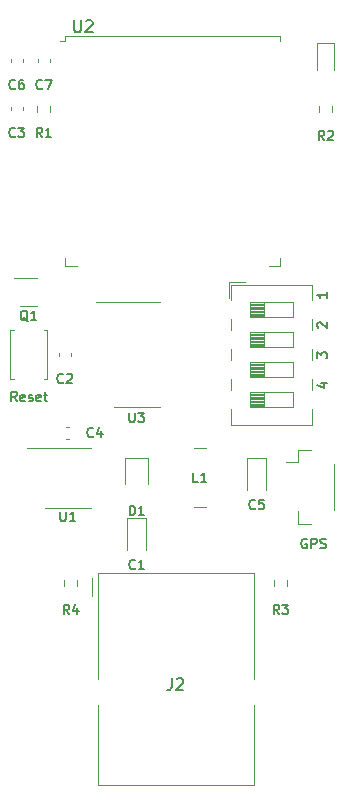
<source format=gbr>
%TF.GenerationSoftware,KiCad,Pcbnew,(6.0.0-rc1-343-g73b39e836d)*%
%TF.CreationDate,2021-12-09T15:59:46-05:00*%
%TF.ProjectId,Celestron-WiFi,43656c65-7374-4726-9f6e-2d576946692e,rev?*%
%TF.SameCoordinates,Original*%
%TF.FileFunction,Legend,Top*%
%TF.FilePolarity,Positive*%
%FSLAX46Y46*%
G04 Gerber Fmt 4.6, Leading zero omitted, Abs format (unit mm)*
G04 Created by KiCad (PCBNEW (6.0.0-rc1-343-g73b39e836d)) date 2021-12-09 15:59:46*
%MOMM*%
%LPD*%
G01*
G04 APERTURE LIST*
%ADD10C,0.152400*%
%ADD11C,0.150000*%
%ADD12C,0.120000*%
%ADD13C,0.100000*%
G04 APERTURE END LIST*
D10*
X137341428Y-102717600D02*
X137264019Y-102678895D01*
X137147904Y-102678895D01*
X137031790Y-102717600D01*
X136954380Y-102795009D01*
X136915676Y-102872419D01*
X136876971Y-103027238D01*
X136876971Y-103143352D01*
X136915676Y-103298171D01*
X136954380Y-103375580D01*
X137031790Y-103452990D01*
X137147904Y-103491695D01*
X137225314Y-103491695D01*
X137341428Y-103452990D01*
X137380133Y-103414285D01*
X137380133Y-103143352D01*
X137225314Y-103143352D01*
X137728476Y-103491695D02*
X137728476Y-102678895D01*
X138038114Y-102678895D01*
X138115523Y-102717600D01*
X138154228Y-102756304D01*
X138192933Y-102833714D01*
X138192933Y-102949828D01*
X138154228Y-103027238D01*
X138115523Y-103065942D01*
X138038114Y-103104647D01*
X137728476Y-103104647D01*
X138502571Y-103452990D02*
X138618685Y-103491695D01*
X138812209Y-103491695D01*
X138889619Y-103452990D01*
X138928323Y-103414285D01*
X138967028Y-103336876D01*
X138967028Y-103259466D01*
X138928323Y-103182057D01*
X138889619Y-103143352D01*
X138812209Y-103104647D01*
X138657390Y-103065942D01*
X138579980Y-103027238D01*
X138541276Y-102988533D01*
X138502571Y-102911123D01*
X138502571Y-102833714D01*
X138541276Y-102756304D01*
X138579980Y-102717600D01*
X138657390Y-102678895D01*
X138850914Y-102678895D01*
X138967028Y-102717600D01*
X138509828Y-89507180D02*
X139051695Y-89507180D01*
X138200190Y-89700704D02*
X138780761Y-89894228D01*
X138780761Y-89391066D01*
X138238895Y-87392933D02*
X138238895Y-86889771D01*
X138548533Y-87160704D01*
X138548533Y-87044590D01*
X138587238Y-86967180D01*
X138625942Y-86928476D01*
X138703352Y-86889771D01*
X138896876Y-86889771D01*
X138974285Y-86928476D01*
X139012990Y-86967180D01*
X139051695Y-87044590D01*
X139051695Y-87276819D01*
X139012990Y-87354228D01*
X138974285Y-87392933D01*
X138316304Y-84814228D02*
X138277600Y-84775523D01*
X138238895Y-84698114D01*
X138238895Y-84504590D01*
X138277600Y-84427180D01*
X138316304Y-84388476D01*
X138393714Y-84349771D01*
X138471123Y-84349771D01*
X138587238Y-84388476D01*
X139051695Y-84852933D01*
X139051695Y-84349771D01*
X139051695Y-81809771D02*
X139051695Y-82274228D01*
X139051695Y-82042000D02*
X138238895Y-82042000D01*
X138355009Y-82119409D01*
X138432419Y-82196819D01*
X138471123Y-82274228D01*
X112785676Y-91045695D02*
X112514742Y-90658647D01*
X112321219Y-91045695D02*
X112321219Y-90232895D01*
X112630857Y-90232895D01*
X112708266Y-90271600D01*
X112746971Y-90310304D01*
X112785676Y-90387714D01*
X112785676Y-90503828D01*
X112746971Y-90581238D01*
X112708266Y-90619942D01*
X112630857Y-90658647D01*
X112321219Y-90658647D01*
X113443657Y-91006990D02*
X113366247Y-91045695D01*
X113211428Y-91045695D01*
X113134019Y-91006990D01*
X113095314Y-90929580D01*
X113095314Y-90619942D01*
X113134019Y-90542533D01*
X113211428Y-90503828D01*
X113366247Y-90503828D01*
X113443657Y-90542533D01*
X113482361Y-90619942D01*
X113482361Y-90697352D01*
X113095314Y-90774761D01*
X113792000Y-91006990D02*
X113869409Y-91045695D01*
X114024228Y-91045695D01*
X114101638Y-91006990D01*
X114140342Y-90929580D01*
X114140342Y-90890876D01*
X114101638Y-90813466D01*
X114024228Y-90774761D01*
X113908114Y-90774761D01*
X113830704Y-90736057D01*
X113792000Y-90658647D01*
X113792000Y-90619942D01*
X113830704Y-90542533D01*
X113908114Y-90503828D01*
X114024228Y-90503828D01*
X114101638Y-90542533D01*
X114798323Y-91006990D02*
X114720914Y-91045695D01*
X114566095Y-91045695D01*
X114488685Y-91006990D01*
X114449980Y-90929580D01*
X114449980Y-90619942D01*
X114488685Y-90542533D01*
X114566095Y-90503828D01*
X114720914Y-90503828D01*
X114798323Y-90542533D01*
X114837028Y-90619942D01*
X114837028Y-90697352D01*
X114449980Y-90774761D01*
X115069257Y-90503828D02*
X115378895Y-90503828D01*
X115185371Y-90232895D02*
X115185371Y-90929580D01*
X115224076Y-91006990D01*
X115301485Y-91045695D01*
X115378895Y-91045695D01*
D11*
%TO.C,U2*%
X117642095Y-58802380D02*
X117642095Y-59611904D01*
X117689714Y-59707142D01*
X117737333Y-59754761D01*
X117832571Y-59802380D01*
X118023047Y-59802380D01*
X118118285Y-59754761D01*
X118165904Y-59707142D01*
X118213523Y-59611904D01*
X118213523Y-58802380D01*
X118642095Y-58897619D02*
X118689714Y-58850000D01*
X118784952Y-58802380D01*
X119023047Y-58802380D01*
X119118285Y-58850000D01*
X119165904Y-58897619D01*
X119213523Y-58992857D01*
X119213523Y-59088095D01*
X119165904Y-59230952D01*
X118594476Y-59802380D01*
X119213523Y-59802380D01*
D10*
%TO.C,D1*%
X122336076Y-100697695D02*
X122336076Y-99884895D01*
X122529600Y-99884895D01*
X122645714Y-99923600D01*
X122723123Y-100001009D01*
X122761828Y-100078419D01*
X122800533Y-100233238D01*
X122800533Y-100349352D01*
X122761828Y-100504171D01*
X122723123Y-100581580D01*
X122645714Y-100658990D01*
X122529600Y-100697695D01*
X122336076Y-100697695D01*
X123574628Y-100697695D02*
X123110171Y-100697695D01*
X123342400Y-100697695D02*
X123342400Y-99884895D01*
X123264990Y-100001009D01*
X123187580Y-100078419D01*
X123110171Y-100117123D01*
%TO.C,U1*%
X116474723Y-100392895D02*
X116474723Y-101050876D01*
X116513428Y-101128285D01*
X116552133Y-101166990D01*
X116629542Y-101205695D01*
X116784361Y-101205695D01*
X116861771Y-101166990D01*
X116900476Y-101128285D01*
X116939180Y-101050876D01*
X116939180Y-100392895D01*
X117751980Y-101205695D02*
X117287523Y-101205695D01*
X117519752Y-101205695D02*
X117519752Y-100392895D01*
X117442342Y-100509009D01*
X117364933Y-100586419D01*
X117287523Y-100625123D01*
%TO.C,R1*%
X114926533Y-68693695D02*
X114655600Y-68306647D01*
X114462076Y-68693695D02*
X114462076Y-67880895D01*
X114771714Y-67880895D01*
X114849123Y-67919600D01*
X114887828Y-67958304D01*
X114926533Y-68035714D01*
X114926533Y-68151828D01*
X114887828Y-68229238D01*
X114849123Y-68267942D01*
X114771714Y-68306647D01*
X114462076Y-68306647D01*
X115700628Y-68693695D02*
X115236171Y-68693695D01*
X115468400Y-68693695D02*
X115468400Y-67880895D01*
X115390990Y-67997009D01*
X115313580Y-68074419D01*
X115236171Y-68113123D01*
%TO.C,C3*%
X112640533Y-68616285D02*
X112601828Y-68654990D01*
X112485714Y-68693695D01*
X112408304Y-68693695D01*
X112292190Y-68654990D01*
X112214780Y-68577580D01*
X112176076Y-68500171D01*
X112137371Y-68345352D01*
X112137371Y-68229238D01*
X112176076Y-68074419D01*
X112214780Y-67997009D01*
X112292190Y-67919600D01*
X112408304Y-67880895D01*
X112485714Y-67880895D01*
X112601828Y-67919600D01*
X112640533Y-67958304D01*
X112911466Y-67880895D02*
X113414628Y-67880895D01*
X113143695Y-68190533D01*
X113259809Y-68190533D01*
X113337219Y-68229238D01*
X113375923Y-68267942D01*
X113414628Y-68345352D01*
X113414628Y-68538876D01*
X113375923Y-68616285D01*
X113337219Y-68654990D01*
X113259809Y-68693695D01*
X113027580Y-68693695D01*
X112950171Y-68654990D01*
X112911466Y-68616285D01*
%TO.C,C2*%
X116704533Y-89444285D02*
X116665828Y-89482990D01*
X116549714Y-89521695D01*
X116472304Y-89521695D01*
X116356190Y-89482990D01*
X116278780Y-89405580D01*
X116240076Y-89328171D01*
X116201371Y-89173352D01*
X116201371Y-89057238D01*
X116240076Y-88902419D01*
X116278780Y-88825009D01*
X116356190Y-88747600D01*
X116472304Y-88708895D01*
X116549714Y-88708895D01*
X116665828Y-88747600D01*
X116704533Y-88786304D01*
X117014171Y-88786304D02*
X117052876Y-88747600D01*
X117130285Y-88708895D01*
X117323809Y-88708895D01*
X117401219Y-88747600D01*
X117439923Y-88786304D01*
X117478628Y-88863714D01*
X117478628Y-88941123D01*
X117439923Y-89057238D01*
X116975466Y-89521695D01*
X117478628Y-89521695D01*
%TO.C,L1*%
X128134533Y-97903695D02*
X127747485Y-97903695D01*
X127747485Y-97090895D01*
X128831219Y-97903695D02*
X128366761Y-97903695D01*
X128598990Y-97903695D02*
X128598990Y-97090895D01*
X128521580Y-97207009D01*
X128444171Y-97284419D01*
X128366761Y-97323123D01*
%TO.C,C1*%
X122800533Y-105192285D02*
X122761828Y-105230990D01*
X122645714Y-105269695D01*
X122568304Y-105269695D01*
X122452190Y-105230990D01*
X122374780Y-105153580D01*
X122336076Y-105076171D01*
X122297371Y-104921352D01*
X122297371Y-104805238D01*
X122336076Y-104650419D01*
X122374780Y-104573009D01*
X122452190Y-104495600D01*
X122568304Y-104456895D01*
X122645714Y-104456895D01*
X122761828Y-104495600D01*
X122800533Y-104534304D01*
X123574628Y-105269695D02*
X123110171Y-105269695D01*
X123342400Y-105269695D02*
X123342400Y-104456895D01*
X123264990Y-104573009D01*
X123187580Y-104650419D01*
X123110171Y-104689123D01*
%TO.C,Q1*%
X113714590Y-84265104D02*
X113637180Y-84226400D01*
X113559771Y-84148990D01*
X113443657Y-84032876D01*
X113366247Y-83994171D01*
X113288838Y-83994171D01*
X113327542Y-84187695D02*
X113250133Y-84148990D01*
X113172723Y-84071580D01*
X113134019Y-83916761D01*
X113134019Y-83645828D01*
X113172723Y-83491009D01*
X113250133Y-83413600D01*
X113327542Y-83374895D01*
X113482361Y-83374895D01*
X113559771Y-83413600D01*
X113637180Y-83491009D01*
X113675885Y-83645828D01*
X113675885Y-83916761D01*
X113637180Y-84071580D01*
X113559771Y-84148990D01*
X113482361Y-84187695D01*
X113327542Y-84187695D01*
X114449980Y-84187695D02*
X113985523Y-84187695D01*
X114217752Y-84187695D02*
X114217752Y-83374895D01*
X114140342Y-83491009D01*
X114062933Y-83568419D01*
X113985523Y-83607123D01*
%TO.C,R3*%
X134992533Y-109079695D02*
X134721600Y-108692647D01*
X134528076Y-109079695D02*
X134528076Y-108266895D01*
X134837714Y-108266895D01*
X134915123Y-108305600D01*
X134953828Y-108344304D01*
X134992533Y-108421714D01*
X134992533Y-108537828D01*
X134953828Y-108615238D01*
X134915123Y-108653942D01*
X134837714Y-108692647D01*
X134528076Y-108692647D01*
X135263466Y-108266895D02*
X135766628Y-108266895D01*
X135495695Y-108576533D01*
X135611809Y-108576533D01*
X135689219Y-108615238D01*
X135727923Y-108653942D01*
X135766628Y-108731352D01*
X135766628Y-108924876D01*
X135727923Y-109002285D01*
X135689219Y-109040990D01*
X135611809Y-109079695D01*
X135379580Y-109079695D01*
X135302171Y-109040990D01*
X135263466Y-109002285D01*
%TO.C,R4*%
X117212533Y-109079695D02*
X116941600Y-108692647D01*
X116748076Y-109079695D02*
X116748076Y-108266895D01*
X117057714Y-108266895D01*
X117135123Y-108305600D01*
X117173828Y-108344304D01*
X117212533Y-108421714D01*
X117212533Y-108537828D01*
X117173828Y-108615238D01*
X117135123Y-108653942D01*
X117057714Y-108692647D01*
X116748076Y-108692647D01*
X117909219Y-108537828D02*
X117909219Y-109079695D01*
X117715695Y-108228190D02*
X117522171Y-108808761D01*
X118025333Y-108808761D01*
%TO.C,C7*%
X114926533Y-64552285D02*
X114887828Y-64590990D01*
X114771714Y-64629695D01*
X114694304Y-64629695D01*
X114578190Y-64590990D01*
X114500780Y-64513580D01*
X114462076Y-64436171D01*
X114423371Y-64281352D01*
X114423371Y-64165238D01*
X114462076Y-64010419D01*
X114500780Y-63933009D01*
X114578190Y-63855600D01*
X114694304Y-63816895D01*
X114771714Y-63816895D01*
X114887828Y-63855600D01*
X114926533Y-63894304D01*
X115197466Y-63816895D02*
X115739333Y-63816895D01*
X115390990Y-64629695D01*
%TO.C,U3*%
X122316723Y-92010895D02*
X122316723Y-92668876D01*
X122355428Y-92746285D01*
X122394133Y-92784990D01*
X122471542Y-92823695D01*
X122626361Y-92823695D01*
X122703771Y-92784990D01*
X122742476Y-92746285D01*
X122781180Y-92668876D01*
X122781180Y-92010895D01*
X123090819Y-92010895D02*
X123593980Y-92010895D01*
X123323047Y-92320533D01*
X123439161Y-92320533D01*
X123516571Y-92359238D01*
X123555276Y-92397942D01*
X123593980Y-92475352D01*
X123593980Y-92668876D01*
X123555276Y-92746285D01*
X123516571Y-92784990D01*
X123439161Y-92823695D01*
X123206933Y-92823695D01*
X123129523Y-92784990D01*
X123090819Y-92746285D01*
%TO.C,C5*%
X132960533Y-100112285D02*
X132921828Y-100150990D01*
X132805714Y-100189695D01*
X132728304Y-100189695D01*
X132612190Y-100150990D01*
X132534780Y-100073580D01*
X132496076Y-99996171D01*
X132457371Y-99841352D01*
X132457371Y-99725238D01*
X132496076Y-99570419D01*
X132534780Y-99493009D01*
X132612190Y-99415600D01*
X132728304Y-99376895D01*
X132805714Y-99376895D01*
X132921828Y-99415600D01*
X132960533Y-99454304D01*
X133695923Y-99376895D02*
X133308876Y-99376895D01*
X133270171Y-99763942D01*
X133308876Y-99725238D01*
X133386285Y-99686533D01*
X133579809Y-99686533D01*
X133657219Y-99725238D01*
X133695923Y-99763942D01*
X133734628Y-99841352D01*
X133734628Y-100034876D01*
X133695923Y-100112285D01*
X133657219Y-100150990D01*
X133579809Y-100189695D01*
X133386285Y-100189695D01*
X133308876Y-100150990D01*
X133270171Y-100112285D01*
%TO.C,C4*%
X119244533Y-94016285D02*
X119205828Y-94054990D01*
X119089714Y-94093695D01*
X119012304Y-94093695D01*
X118896190Y-94054990D01*
X118818780Y-93977580D01*
X118780076Y-93900171D01*
X118741371Y-93745352D01*
X118741371Y-93629238D01*
X118780076Y-93474419D01*
X118818780Y-93397009D01*
X118896190Y-93319600D01*
X119012304Y-93280895D01*
X119089714Y-93280895D01*
X119205828Y-93319600D01*
X119244533Y-93358304D01*
X119941219Y-93551828D02*
X119941219Y-94093695D01*
X119747695Y-93242190D02*
X119554171Y-93822761D01*
X120057333Y-93822761D01*
%TO.C,C6*%
X112640533Y-64552285D02*
X112601828Y-64590990D01*
X112485714Y-64629695D01*
X112408304Y-64629695D01*
X112292190Y-64590990D01*
X112214780Y-64513580D01*
X112176076Y-64436171D01*
X112137371Y-64281352D01*
X112137371Y-64165238D01*
X112176076Y-64010419D01*
X112214780Y-63933009D01*
X112292190Y-63855600D01*
X112408304Y-63816895D01*
X112485714Y-63816895D01*
X112601828Y-63855600D01*
X112640533Y-63894304D01*
X113337219Y-63816895D02*
X113182400Y-63816895D01*
X113104990Y-63855600D01*
X113066285Y-63894304D01*
X112988876Y-64010419D01*
X112950171Y-64165238D01*
X112950171Y-64474876D01*
X112988876Y-64552285D01*
X113027580Y-64590990D01*
X113104990Y-64629695D01*
X113259809Y-64629695D01*
X113337219Y-64590990D01*
X113375923Y-64552285D01*
X113414628Y-64474876D01*
X113414628Y-64281352D01*
X113375923Y-64203942D01*
X113337219Y-64165238D01*
X113259809Y-64126533D01*
X113104990Y-64126533D01*
X113027580Y-64165238D01*
X112988876Y-64203942D01*
X112950171Y-64281352D01*
%TO.C,R2*%
X138802533Y-68947695D02*
X138531600Y-68560647D01*
X138338076Y-68947695D02*
X138338076Y-68134895D01*
X138647714Y-68134895D01*
X138725123Y-68173600D01*
X138763828Y-68212304D01*
X138802533Y-68289714D01*
X138802533Y-68405828D01*
X138763828Y-68483238D01*
X138725123Y-68521942D01*
X138647714Y-68560647D01*
X138338076Y-68560647D01*
X139112171Y-68212304D02*
X139150876Y-68173600D01*
X139228285Y-68134895D01*
X139421809Y-68134895D01*
X139499219Y-68173600D01*
X139537923Y-68212304D01*
X139576628Y-68289714D01*
X139576628Y-68367123D01*
X139537923Y-68483238D01*
X139073466Y-68947695D01*
X139576628Y-68947695D01*
D11*
%TO.C,J2*%
X125904670Y-114514368D02*
X125904670Y-115228654D01*
X125857051Y-115371511D01*
X125761813Y-115466749D01*
X125618956Y-115514368D01*
X125523718Y-115514368D01*
X126333242Y-114609607D02*
X126380861Y-114561988D01*
X126476099Y-114514368D01*
X126714194Y-114514368D01*
X126809432Y-114561988D01*
X126857051Y-114609607D01*
X126904670Y-114704845D01*
X126904670Y-114800083D01*
X126857051Y-114942940D01*
X126285623Y-115514368D01*
X126904670Y-115514368D01*
D12*
%TO.C,SW1*%
X115362000Y-89192000D02*
X115062000Y-89192000D01*
X115062000Y-85052000D02*
X115362000Y-85052000D01*
X112222000Y-89192000D02*
X112222000Y-85052000D01*
X112522000Y-89192000D02*
X112222000Y-89192000D01*
X112222000Y-85052000D02*
X112522000Y-85052000D01*
X115362000Y-85052000D02*
X115362000Y-89192000D01*
%TO.C,J1*%
X136558000Y-96238000D02*
X135568000Y-96238000D01*
X136558000Y-95188000D02*
X136558000Y-96238000D01*
X139678000Y-96358000D02*
X139678000Y-100238000D01*
X137708000Y-101408000D02*
X136558000Y-101408000D01*
X136558000Y-101408000D02*
X136558000Y-100358000D01*
X137708000Y-95188000D02*
X136558000Y-95188000D01*
%TO.C,U2*%
X116864000Y-79570000D02*
X117864000Y-79570000D01*
X135104000Y-79570000D02*
X134104000Y-79570000D01*
X116864000Y-60130000D02*
X116864000Y-60550000D01*
X116864000Y-60130000D02*
X135104000Y-60130000D01*
X135104000Y-60130000D02*
X135104000Y-60550000D01*
X135104000Y-78950000D02*
X135104000Y-79570000D01*
X116864000Y-60550000D02*
X116484000Y-60550000D01*
X116864000Y-78950000D02*
X116864000Y-79570000D01*
%TO.C,D1*%
X121936000Y-95844000D02*
X121936000Y-98044000D01*
X123936000Y-98069000D02*
X123936000Y-95844000D01*
X121936000Y-95844000D02*
X123936000Y-95844000D01*
%TO.C,U1*%
X117094000Y-100096000D02*
X119044000Y-100096000D01*
X117094000Y-94976000D02*
X113644000Y-94976000D01*
X117094000Y-94976000D02*
X119044000Y-94976000D01*
X117094000Y-100096000D02*
X115144000Y-100096000D01*
%TO.C,R1*%
X114539500Y-66531258D02*
X114539500Y-66056742D01*
X115584500Y-66531258D02*
X115584500Y-66056742D01*
%TO.C,C3*%
X112266000Y-66434580D02*
X112266000Y-66153420D01*
X113286000Y-66434580D02*
X113286000Y-66153420D01*
%TO.C,C2*%
X117350000Y-86981420D02*
X117350000Y-87262580D01*
X116330000Y-86981420D02*
X116330000Y-87262580D01*
%TO.C,L1*%
X127770000Y-100046000D02*
X128770000Y-100046000D01*
X127770000Y-95026000D02*
X128770000Y-95026000D01*
%TO.C,C1*%
X123721000Y-103616000D02*
X123721000Y-100906000D01*
X123721000Y-100906000D02*
X122151000Y-100906000D01*
X122151000Y-100906000D02*
X122151000Y-103616000D01*
%TO.C,Q1*%
X113092000Y-82948000D02*
X114492000Y-82948000D01*
X114492000Y-80628000D02*
X112592000Y-80628000D01*
%TO.C,R3*%
X134605500Y-106188742D02*
X134605500Y-106663258D01*
X135650500Y-106188742D02*
X135650500Y-106663258D01*
%TO.C,R4*%
X116825500Y-106188742D02*
X116825500Y-106663258D01*
X117870500Y-106188742D02*
X117870500Y-106663258D01*
%TO.C,D2*%
X139673000Y-60745000D02*
X138203000Y-60745000D01*
X138203000Y-60745000D02*
X138203000Y-63030000D01*
X139673000Y-63030000D02*
X139673000Y-60745000D01*
%TO.C,C7*%
X115572000Y-62089420D02*
X115572000Y-62370580D01*
X114552000Y-62089420D02*
X114552000Y-62370580D01*
%TO.C,U3*%
X122936000Y-82687000D02*
X124886000Y-82687000D01*
X122936000Y-91557000D02*
X124886000Y-91557000D01*
X122936000Y-91557000D02*
X120986000Y-91557000D01*
X122936000Y-82687000D02*
X119486000Y-82687000D01*
%TO.C,SW2*%
X132556000Y-90297000D02*
X132556000Y-91567000D01*
X136176000Y-91567000D02*
X136176000Y-90297000D01*
X132556000Y-88957000D02*
X133762667Y-88957000D01*
X136176000Y-90297000D02*
X132556000Y-90297000D01*
X130956000Y-81202000D02*
X137776000Y-81202000D01*
X132556000Y-85697000D02*
X133762667Y-85697000D01*
X130716000Y-80962000D02*
X130716000Y-82345000D01*
X132556000Y-91137000D02*
X133762667Y-91137000D01*
X132556000Y-83157000D02*
X133762667Y-83157000D01*
X132556000Y-86177000D02*
X133762667Y-86177000D01*
X136176000Y-86487000D02*
X136176000Y-85217000D01*
X136176000Y-82677000D02*
X132556000Y-82677000D01*
X130716000Y-80962000D02*
X132099000Y-80962000D01*
X137776000Y-81202000D02*
X137776000Y-82512000D01*
X137776000Y-89192000D02*
X137776000Y-90132000D01*
X132556000Y-91377000D02*
X133762667Y-91377000D01*
X137776000Y-86652000D02*
X137776000Y-87592000D01*
X132556000Y-90897000D02*
X133762667Y-90897000D01*
X136176000Y-89027000D02*
X136176000Y-87757000D01*
X132556000Y-88117000D02*
X133762667Y-88117000D01*
X130956000Y-86652000D02*
X130956000Y-87592000D01*
X132556000Y-82677000D02*
X132556000Y-83947000D01*
X132556000Y-89027000D02*
X136176000Y-89027000D01*
X132556000Y-85337000D02*
X133762667Y-85337000D01*
X130956000Y-91732000D02*
X130956000Y-93042000D01*
X132556000Y-90777000D02*
X133762667Y-90777000D01*
X132556000Y-83947000D02*
X136176000Y-83947000D01*
X132556000Y-86417000D02*
X133762667Y-86417000D01*
X132556000Y-86487000D02*
X136176000Y-86487000D01*
X132556000Y-85457000D02*
X133762667Y-85457000D01*
X132556000Y-91567000D02*
X136176000Y-91567000D01*
X132556000Y-88597000D02*
X133762667Y-88597000D01*
X132556000Y-85937000D02*
X133762667Y-85937000D01*
X132556000Y-88477000D02*
X133762667Y-88477000D01*
X130956000Y-81202000D02*
X130956000Y-82512000D01*
X136176000Y-87757000D02*
X132556000Y-87757000D01*
X132556000Y-83277000D02*
X133762667Y-83277000D01*
X137776000Y-84112000D02*
X137776000Y-85052000D01*
X132556000Y-87757000D02*
X132556000Y-89027000D01*
X132556000Y-83397000D02*
X133762667Y-83397000D01*
X132556000Y-83037000D02*
X133762667Y-83037000D01*
X130956000Y-93042000D02*
X137776000Y-93042000D01*
X132556000Y-88717000D02*
X133762667Y-88717000D01*
X132556000Y-87997000D02*
X133762667Y-87997000D01*
X136176000Y-85217000D02*
X132556000Y-85217000D01*
X136176000Y-83947000D02*
X136176000Y-82677000D01*
X132556000Y-91497000D02*
X133762667Y-91497000D01*
X132556000Y-87877000D02*
X133762667Y-87877000D01*
X133762667Y-90297000D02*
X133762667Y-91567000D01*
X132556000Y-91017000D02*
X133762667Y-91017000D01*
X130956000Y-84112000D02*
X130956000Y-85052000D01*
X132556000Y-90417000D02*
X133762667Y-90417000D01*
X133762667Y-85217000D02*
X133762667Y-86487000D01*
X132556000Y-82797000D02*
X133762667Y-82797000D01*
X132556000Y-85577000D02*
X133762667Y-85577000D01*
X132556000Y-88357000D02*
X133762667Y-88357000D01*
X137776000Y-91732000D02*
X137776000Y-93042000D01*
X132556000Y-83757000D02*
X133762667Y-83757000D01*
X132556000Y-85817000D02*
X133762667Y-85817000D01*
X132556000Y-86297000D02*
X133762667Y-86297000D01*
X132556000Y-82917000D02*
X133762667Y-82917000D01*
X132556000Y-88837000D02*
X133762667Y-88837000D01*
X132556000Y-90657000D02*
X133762667Y-90657000D01*
X132556000Y-83517000D02*
X133762667Y-83517000D01*
X132556000Y-83637000D02*
X133762667Y-83637000D01*
X132556000Y-86057000D02*
X133762667Y-86057000D01*
X133762667Y-87757000D02*
X133762667Y-89027000D01*
X132556000Y-85217000D02*
X132556000Y-86487000D01*
X132556000Y-91257000D02*
X133762667Y-91257000D01*
X130956000Y-89192000D02*
X130956000Y-90132000D01*
X132556000Y-88237000D02*
X133762667Y-88237000D01*
X132556000Y-83877000D02*
X133762667Y-83877000D01*
X133762667Y-82677000D02*
X133762667Y-83947000D01*
X132556000Y-90537000D02*
X133762667Y-90537000D01*
%TO.C,C5*%
X132311000Y-95826000D02*
X132311000Y-98536000D01*
X133881000Y-98536000D02*
X133881000Y-95826000D01*
X133881000Y-95826000D02*
X132311000Y-95826000D01*
%TO.C,C4*%
X116953420Y-94236000D02*
X117234580Y-94236000D01*
X116953420Y-93216000D02*
X117234580Y-93216000D01*
%TO.C,C6*%
X112266000Y-62089420D02*
X112266000Y-62370580D01*
X113286000Y-62089420D02*
X113286000Y-62370580D01*
%TO.C,R2*%
X138415500Y-66531258D02*
X138415500Y-66056742D01*
X139460500Y-66531258D02*
X139460500Y-66056742D01*
D13*
%TO.C,J2*%
X132838004Y-123433988D02*
X132838004Y-123553988D01*
D12*
X119638004Y-123553988D02*
X119638004Y-116773988D01*
X132838004Y-123553988D02*
X119638004Y-123553988D01*
X119638004Y-114573988D02*
X119638004Y-105553988D01*
D13*
X119638004Y-114503988D02*
X119638004Y-114573988D01*
D12*
X132838004Y-123553988D02*
X132838004Y-116773988D01*
X132838004Y-105553988D02*
X132838004Y-114573988D01*
X119168004Y-107553988D02*
X119168004Y-106023988D01*
D13*
X132838004Y-123543988D02*
X132838004Y-123553988D01*
D12*
X119638004Y-105553988D02*
X132838004Y-105553988D01*
%TD*%
M02*

</source>
